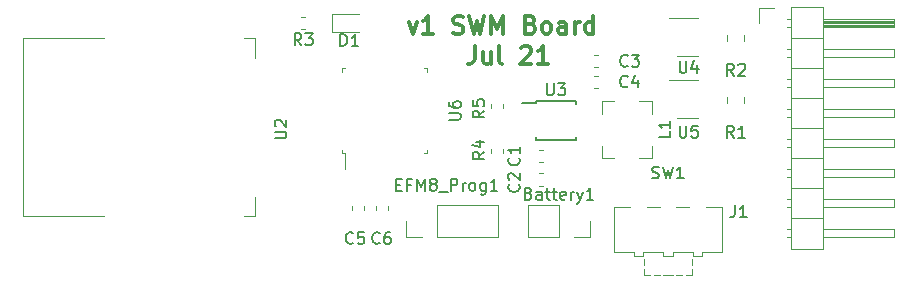
<source format=gbr>
%TF.GenerationSoftware,KiCad,Pcbnew,(5.1.6)-1*%
%TF.CreationDate,2021-07-30T23:56:05+08:00*%
%TF.ProjectId,wireless_measurement_ard,77697265-6c65-4737-935f-6d6561737572,rev?*%
%TF.SameCoordinates,Original*%
%TF.FileFunction,Legend,Top*%
%TF.FilePolarity,Positive*%
%FSLAX46Y46*%
G04 Gerber Fmt 4.6, Leading zero omitted, Abs format (unit mm)*
G04 Created by KiCad (PCBNEW (5.1.6)-1) date 2021-07-30 23:56:05*
%MOMM*%
%LPD*%
G01*
G04 APERTURE LIST*
%ADD10C,0.300000*%
%ADD11C,0.120000*%
%ADD12C,0.150000*%
G04 APERTURE END LIST*
D10*
X144285714Y-76653571D02*
X144642857Y-77653571D01*
X145000000Y-76653571D01*
X146357142Y-77653571D02*
X145500000Y-77653571D01*
X145928571Y-77653571D02*
X145928571Y-76153571D01*
X145785714Y-76367857D01*
X145642857Y-76510714D01*
X145500000Y-76582142D01*
X148071428Y-77582142D02*
X148285714Y-77653571D01*
X148642857Y-77653571D01*
X148785714Y-77582142D01*
X148857142Y-77510714D01*
X148928571Y-77367857D01*
X148928571Y-77225000D01*
X148857142Y-77082142D01*
X148785714Y-77010714D01*
X148642857Y-76939285D01*
X148357142Y-76867857D01*
X148214285Y-76796428D01*
X148142857Y-76725000D01*
X148071428Y-76582142D01*
X148071428Y-76439285D01*
X148142857Y-76296428D01*
X148214285Y-76225000D01*
X148357142Y-76153571D01*
X148714285Y-76153571D01*
X148928571Y-76225000D01*
X149428571Y-76153571D02*
X149785714Y-77653571D01*
X150071428Y-76582142D01*
X150357142Y-77653571D01*
X150714285Y-76153571D01*
X151285714Y-77653571D02*
X151285714Y-76153571D01*
X151785714Y-77225000D01*
X152285714Y-76153571D01*
X152285714Y-77653571D01*
X154642857Y-76867857D02*
X154857142Y-76939285D01*
X154928571Y-77010714D01*
X155000000Y-77153571D01*
X155000000Y-77367857D01*
X154928571Y-77510714D01*
X154857142Y-77582142D01*
X154714285Y-77653571D01*
X154142857Y-77653571D01*
X154142857Y-76153571D01*
X154642857Y-76153571D01*
X154785714Y-76225000D01*
X154857142Y-76296428D01*
X154928571Y-76439285D01*
X154928571Y-76582142D01*
X154857142Y-76725000D01*
X154785714Y-76796428D01*
X154642857Y-76867857D01*
X154142857Y-76867857D01*
X155857142Y-77653571D02*
X155714285Y-77582142D01*
X155642857Y-77510714D01*
X155571428Y-77367857D01*
X155571428Y-76939285D01*
X155642857Y-76796428D01*
X155714285Y-76725000D01*
X155857142Y-76653571D01*
X156071428Y-76653571D01*
X156214285Y-76725000D01*
X156285714Y-76796428D01*
X156357142Y-76939285D01*
X156357142Y-77367857D01*
X156285714Y-77510714D01*
X156214285Y-77582142D01*
X156071428Y-77653571D01*
X155857142Y-77653571D01*
X157642857Y-77653571D02*
X157642857Y-76867857D01*
X157571428Y-76725000D01*
X157428571Y-76653571D01*
X157142857Y-76653571D01*
X157000000Y-76725000D01*
X157642857Y-77582142D02*
X157500000Y-77653571D01*
X157142857Y-77653571D01*
X157000000Y-77582142D01*
X156928571Y-77439285D01*
X156928571Y-77296428D01*
X157000000Y-77153571D01*
X157142857Y-77082142D01*
X157500000Y-77082142D01*
X157642857Y-77010714D01*
X158357142Y-77653571D02*
X158357142Y-76653571D01*
X158357142Y-76939285D02*
X158428571Y-76796428D01*
X158500000Y-76725000D01*
X158642857Y-76653571D01*
X158785714Y-76653571D01*
X159928571Y-77653571D02*
X159928571Y-76153571D01*
X159928571Y-77582142D02*
X159785714Y-77653571D01*
X159500000Y-77653571D01*
X159357142Y-77582142D01*
X159285714Y-77510714D01*
X159214285Y-77367857D01*
X159214285Y-76939285D01*
X159285714Y-76796428D01*
X159357142Y-76725000D01*
X159500000Y-76653571D01*
X159785714Y-76653571D01*
X159928571Y-76725000D01*
X149892857Y-78703571D02*
X149892857Y-79775000D01*
X149821428Y-79989285D01*
X149678571Y-80132142D01*
X149464285Y-80203571D01*
X149321428Y-80203571D01*
X151250000Y-79203571D02*
X151250000Y-80203571D01*
X150607142Y-79203571D02*
X150607142Y-79989285D01*
X150678571Y-80132142D01*
X150821428Y-80203571D01*
X151035714Y-80203571D01*
X151178571Y-80132142D01*
X151250000Y-80060714D01*
X152178571Y-80203571D02*
X152035714Y-80132142D01*
X151964285Y-79989285D01*
X151964285Y-78703571D01*
X153821428Y-78846428D02*
X153892857Y-78775000D01*
X154035714Y-78703571D01*
X154392857Y-78703571D01*
X154535714Y-78775000D01*
X154607142Y-78846428D01*
X154678571Y-78989285D01*
X154678571Y-79132142D01*
X154607142Y-79346428D01*
X153750000Y-80203571D01*
X154678571Y-80203571D01*
X156107142Y-80203571D02*
X155250000Y-80203571D01*
X155678571Y-80203571D02*
X155678571Y-78703571D01*
X155535714Y-78917857D01*
X155392857Y-79060714D01*
X155250000Y-79132142D01*
D11*
%TO.C,SW1*%
X169450000Y-92350000D02*
X170850000Y-92350000D01*
X170850000Y-92350000D02*
X170850000Y-96150000D01*
X161650000Y-96150000D02*
X161650000Y-92350000D01*
X161650000Y-92350000D02*
X163050000Y-92350000D01*
X168050000Y-92350000D02*
X166950000Y-92350000D01*
X166950000Y-92350000D02*
X166950000Y-92350000D01*
X165550000Y-92350000D02*
X164450000Y-92350000D01*
X164450000Y-92350000D02*
X164450000Y-92350000D01*
X170850000Y-96150000D02*
X169150000Y-96150000D01*
X169150000Y-96150000D02*
X169150000Y-96450000D01*
X169150000Y-96450000D02*
X168350000Y-96450000D01*
X168350000Y-96450000D02*
X168350000Y-96150000D01*
X168350000Y-96150000D02*
X166650000Y-96150000D01*
X166650000Y-96150000D02*
X166650000Y-96450000D01*
X166650000Y-96450000D02*
X165850000Y-96450000D01*
X165850000Y-96450000D02*
X165850000Y-96150000D01*
X165850000Y-96150000D02*
X164150000Y-96150000D01*
X164150000Y-96150000D02*
X164150000Y-96450000D01*
X164150000Y-96450000D02*
X163350000Y-96450000D01*
X163350000Y-96450000D02*
X163350000Y-96150000D01*
X163350000Y-96150000D02*
X161650000Y-96150000D01*
X161650000Y-96150000D02*
X161650000Y-96150000D01*
X164250000Y-98050000D02*
X164250000Y-97550000D01*
X164250000Y-97550000D02*
X164250000Y-97550000D01*
X164250000Y-98050000D02*
X164750000Y-98050000D01*
X164750000Y-98050000D02*
X164750000Y-98050000D01*
X168250000Y-98050000D02*
X167750000Y-98050000D01*
X167750000Y-98050000D02*
X167750000Y-98050000D01*
X168250000Y-98050000D02*
X168250000Y-97550000D01*
X168250000Y-97550000D02*
X168250000Y-97550000D01*
X168250000Y-97250000D02*
X168250000Y-96750000D01*
X168250000Y-96750000D02*
X168250000Y-96750000D01*
X164250000Y-97250000D02*
X164250000Y-96750000D01*
X164250000Y-96750000D02*
X164250000Y-96750000D01*
X165050000Y-98050000D02*
X165550000Y-98050000D01*
X165550000Y-98050000D02*
X165550000Y-98050000D01*
X167450000Y-98050000D02*
X166950000Y-98050000D01*
X166950000Y-98050000D02*
X166950000Y-98050000D01*
X166650000Y-98050000D02*
X165850000Y-98050000D01*
X165850000Y-98050000D02*
X165850000Y-98050000D01*
D12*
%TO.C,U3*%
X155075000Y-83325000D02*
X155075000Y-83550000D01*
X158425000Y-83325000D02*
X158425000Y-83625000D01*
X158425000Y-86675000D02*
X158425000Y-86375000D01*
X155075000Y-86675000D02*
X155075000Y-86375000D01*
X155075000Y-83325000D02*
X158425000Y-83325000D01*
X155075000Y-86675000D02*
X158425000Y-86675000D01*
X155075000Y-83550000D02*
X153850000Y-83550000D01*
D11*
%TO.C,EFM8_Prog1*%
X151830000Y-94830000D02*
X151830000Y-92170000D01*
X146690000Y-94830000D02*
X151830000Y-94830000D01*
X146690000Y-92170000D02*
X151830000Y-92170000D01*
X146690000Y-94830000D02*
X146690000Y-92170000D01*
X145420000Y-94830000D02*
X144090000Y-94830000D01*
X144090000Y-94830000D02*
X144090000Y-93500000D01*
%TO.C,U6*%
X145860000Y-80865000D02*
X145860000Y-80565000D01*
X145860000Y-80565000D02*
X145560000Y-80565000D01*
X145860000Y-87485000D02*
X145860000Y-87785000D01*
X145860000Y-87785000D02*
X145560000Y-87785000D01*
X138640000Y-80865000D02*
X138640000Y-80565000D01*
X138640000Y-80565000D02*
X138940000Y-80565000D01*
X138640000Y-87485000D02*
X138640000Y-87785000D01*
X138640000Y-87785000D02*
X138940000Y-87785000D01*
X138940000Y-87785000D02*
X138940000Y-89100000D01*
%TO.C,C6*%
X142510000Y-92203733D02*
X142510000Y-92546267D01*
X141490000Y-92203733D02*
X141490000Y-92546267D01*
%TO.C,C5*%
X140510000Y-92203733D02*
X140510000Y-92546267D01*
X139490000Y-92203733D02*
X139490000Y-92546267D01*
%TO.C,R5*%
X152260000Y-83578733D02*
X152260000Y-83921267D01*
X151240000Y-83578733D02*
X151240000Y-83921267D01*
%TO.C,R4*%
X152260000Y-87453733D02*
X152260000Y-87796267D01*
X151240000Y-87453733D02*
X151240000Y-87796267D01*
%TO.C,L1*%
X164860000Y-83390000D02*
X163835000Y-83390000D01*
X164860000Y-83390000D02*
X164860000Y-84415000D01*
X164860000Y-88160000D02*
X164860000Y-87135000D01*
X164860000Y-88160000D02*
X163835000Y-88160000D01*
X160640000Y-88160000D02*
X161665000Y-88160000D01*
X160640000Y-83390000D02*
X161665000Y-83390000D01*
X160640000Y-88160000D02*
X160640000Y-87135000D01*
X160640000Y-83390000D02*
X160640000Y-84415000D01*
%TO.C,J1*%
X176690000Y-75420000D02*
X176690000Y-95860000D01*
X176690000Y-95860000D02*
X179350000Y-95860000D01*
X179350000Y-95860000D02*
X179350000Y-75420000D01*
X179350000Y-75420000D02*
X176690000Y-75420000D01*
X179350000Y-76370000D02*
X185350000Y-76370000D01*
X185350000Y-76370000D02*
X185350000Y-77130000D01*
X185350000Y-77130000D02*
X179350000Y-77130000D01*
X179350000Y-76430000D02*
X185350000Y-76430000D01*
X179350000Y-76550000D02*
X185350000Y-76550000D01*
X179350000Y-76670000D02*
X185350000Y-76670000D01*
X179350000Y-76790000D02*
X185350000Y-76790000D01*
X179350000Y-76910000D02*
X185350000Y-76910000D01*
X179350000Y-77030000D02*
X185350000Y-77030000D01*
X176360000Y-76370000D02*
X176690000Y-76370000D01*
X176360000Y-77130000D02*
X176690000Y-77130000D01*
X176690000Y-78020000D02*
X179350000Y-78020000D01*
X179350000Y-78910000D02*
X185350000Y-78910000D01*
X185350000Y-78910000D02*
X185350000Y-79670000D01*
X185350000Y-79670000D02*
X179350000Y-79670000D01*
X176292929Y-78910000D02*
X176690000Y-78910000D01*
X176292929Y-79670000D02*
X176690000Y-79670000D01*
X176690000Y-80560000D02*
X179350000Y-80560000D01*
X179350000Y-81450000D02*
X185350000Y-81450000D01*
X185350000Y-81450000D02*
X185350000Y-82210000D01*
X185350000Y-82210000D02*
X179350000Y-82210000D01*
X176292929Y-81450000D02*
X176690000Y-81450000D01*
X176292929Y-82210000D02*
X176690000Y-82210000D01*
X176690000Y-83100000D02*
X179350000Y-83100000D01*
X179350000Y-83990000D02*
X185350000Y-83990000D01*
X185350000Y-83990000D02*
X185350000Y-84750000D01*
X185350000Y-84750000D02*
X179350000Y-84750000D01*
X176292929Y-83990000D02*
X176690000Y-83990000D01*
X176292929Y-84750000D02*
X176690000Y-84750000D01*
X176690000Y-85640000D02*
X179350000Y-85640000D01*
X179350000Y-86530000D02*
X185350000Y-86530000D01*
X185350000Y-86530000D02*
X185350000Y-87290000D01*
X185350000Y-87290000D02*
X179350000Y-87290000D01*
X176292929Y-86530000D02*
X176690000Y-86530000D01*
X176292929Y-87290000D02*
X176690000Y-87290000D01*
X176690000Y-88180000D02*
X179350000Y-88180000D01*
X179350000Y-89070000D02*
X185350000Y-89070000D01*
X185350000Y-89070000D02*
X185350000Y-89830000D01*
X185350000Y-89830000D02*
X179350000Y-89830000D01*
X176292929Y-89070000D02*
X176690000Y-89070000D01*
X176292929Y-89830000D02*
X176690000Y-89830000D01*
X176690000Y-90720000D02*
X179350000Y-90720000D01*
X179350000Y-91610000D02*
X185350000Y-91610000D01*
X185350000Y-91610000D02*
X185350000Y-92370000D01*
X185350000Y-92370000D02*
X179350000Y-92370000D01*
X176292929Y-91610000D02*
X176690000Y-91610000D01*
X176292929Y-92370000D02*
X176690000Y-92370000D01*
X176690000Y-93260000D02*
X179350000Y-93260000D01*
X179350000Y-94150000D02*
X185350000Y-94150000D01*
X185350000Y-94150000D02*
X185350000Y-94910000D01*
X185350000Y-94910000D02*
X179350000Y-94910000D01*
X176292929Y-94150000D02*
X176690000Y-94150000D01*
X176292929Y-94910000D02*
X176690000Y-94910000D01*
X173980000Y-76750000D02*
X173980000Y-75480000D01*
X173980000Y-75480000D02*
X175250000Y-75480000D01*
%TO.C,C3*%
X160296267Y-80510000D02*
X159953733Y-80510000D01*
X160296267Y-79490000D02*
X159953733Y-79490000D01*
%TO.C,C2*%
X155328733Y-89490000D02*
X155671267Y-89490000D01*
X155328733Y-90510000D02*
X155671267Y-90510000D01*
%TO.C,Battery1*%
X157020000Y-92170000D02*
X157020000Y-94830000D01*
X157020000Y-92170000D02*
X154420000Y-92170000D01*
X154420000Y-92170000D02*
X154420000Y-94830000D01*
X157020000Y-94830000D02*
X154420000Y-94830000D01*
X159620000Y-94830000D02*
X158290000Y-94830000D01*
X159620000Y-93500000D02*
X159620000Y-94830000D01*
%TO.C,C4*%
X160296267Y-82260000D02*
X159953733Y-82260000D01*
X160296267Y-81240000D02*
X159953733Y-81240000D01*
%TO.C,C1*%
X155328733Y-87490000D02*
X155671267Y-87490000D01*
X155328733Y-88510000D02*
X155671267Y-88510000D01*
%TO.C,U5*%
X167000000Y-84810000D02*
X168800000Y-84810000D01*
X168800000Y-81590000D02*
X166350000Y-81590000D01*
%TO.C,U4*%
X167000000Y-79560000D02*
X168800000Y-79560000D01*
X168800000Y-76340000D02*
X166350000Y-76340000D01*
%TO.C,U2*%
X131322800Y-78042600D02*
X130362800Y-78042600D01*
X131322800Y-79672600D02*
X131322800Y-78042600D01*
X131322800Y-93102600D02*
X131322800Y-91472600D01*
X130362800Y-93102600D02*
X131322800Y-93102600D01*
X111602800Y-78042600D02*
X118462800Y-78042600D01*
X111602800Y-93102600D02*
X111602800Y-78042600D01*
X118462800Y-93102600D02*
X111602800Y-93102600D01*
%TO.C,R2*%
X172710000Y-77763748D02*
X172710000Y-78286252D01*
X171290000Y-77763748D02*
X171290000Y-78286252D01*
%TO.C,R1*%
X172710000Y-82988748D02*
X172710000Y-83511252D01*
X171290000Y-82988748D02*
X171290000Y-83511252D01*
%TO.C,D1*%
X140087500Y-76015000D02*
X137802500Y-76015000D01*
X137802500Y-76015000D02*
X137802500Y-77485000D01*
X137802500Y-77485000D02*
X140087500Y-77485000D01*
%TO.C,R3*%
X135546267Y-77260000D02*
X135203733Y-77260000D01*
X135546267Y-76240000D02*
X135203733Y-76240000D01*
%TO.C,SW1*%
D12*
X164916666Y-89854761D02*
X165059523Y-89902380D01*
X165297619Y-89902380D01*
X165392857Y-89854761D01*
X165440476Y-89807142D01*
X165488095Y-89711904D01*
X165488095Y-89616666D01*
X165440476Y-89521428D01*
X165392857Y-89473809D01*
X165297619Y-89426190D01*
X165107142Y-89378571D01*
X165011904Y-89330952D01*
X164964285Y-89283333D01*
X164916666Y-89188095D01*
X164916666Y-89092857D01*
X164964285Y-88997619D01*
X165011904Y-88950000D01*
X165107142Y-88902380D01*
X165345238Y-88902380D01*
X165488095Y-88950000D01*
X165821428Y-88902380D02*
X166059523Y-89902380D01*
X166250000Y-89188095D01*
X166440476Y-89902380D01*
X166678571Y-88902380D01*
X167583333Y-89902380D02*
X167011904Y-89902380D01*
X167297619Y-89902380D02*
X167297619Y-88902380D01*
X167202380Y-89045238D01*
X167107142Y-89140476D01*
X167011904Y-89188095D01*
%TO.C,U3*%
X155988095Y-81852380D02*
X155988095Y-82661904D01*
X156035714Y-82757142D01*
X156083333Y-82804761D01*
X156178571Y-82852380D01*
X156369047Y-82852380D01*
X156464285Y-82804761D01*
X156511904Y-82757142D01*
X156559523Y-82661904D01*
X156559523Y-81852380D01*
X156940476Y-81852380D02*
X157559523Y-81852380D01*
X157226190Y-82233333D01*
X157369047Y-82233333D01*
X157464285Y-82280952D01*
X157511904Y-82328571D01*
X157559523Y-82423809D01*
X157559523Y-82661904D01*
X157511904Y-82757142D01*
X157464285Y-82804761D01*
X157369047Y-82852380D01*
X157083333Y-82852380D01*
X156988095Y-82804761D01*
X156940476Y-82757142D01*
%TO.C,EFM8_Prog1*%
X143238095Y-90428571D02*
X143571428Y-90428571D01*
X143714285Y-90952380D02*
X143238095Y-90952380D01*
X143238095Y-89952380D01*
X143714285Y-89952380D01*
X144476190Y-90428571D02*
X144142857Y-90428571D01*
X144142857Y-90952380D02*
X144142857Y-89952380D01*
X144619047Y-89952380D01*
X145000000Y-90952380D02*
X145000000Y-89952380D01*
X145333333Y-90666666D01*
X145666666Y-89952380D01*
X145666666Y-90952380D01*
X146285714Y-90380952D02*
X146190476Y-90333333D01*
X146142857Y-90285714D01*
X146095238Y-90190476D01*
X146095238Y-90142857D01*
X146142857Y-90047619D01*
X146190476Y-90000000D01*
X146285714Y-89952380D01*
X146476190Y-89952380D01*
X146571428Y-90000000D01*
X146619047Y-90047619D01*
X146666666Y-90142857D01*
X146666666Y-90190476D01*
X146619047Y-90285714D01*
X146571428Y-90333333D01*
X146476190Y-90380952D01*
X146285714Y-90380952D01*
X146190476Y-90428571D01*
X146142857Y-90476190D01*
X146095238Y-90571428D01*
X146095238Y-90761904D01*
X146142857Y-90857142D01*
X146190476Y-90904761D01*
X146285714Y-90952380D01*
X146476190Y-90952380D01*
X146571428Y-90904761D01*
X146619047Y-90857142D01*
X146666666Y-90761904D01*
X146666666Y-90571428D01*
X146619047Y-90476190D01*
X146571428Y-90428571D01*
X146476190Y-90380952D01*
X146857142Y-91047619D02*
X147619047Y-91047619D01*
X147857142Y-90952380D02*
X147857142Y-89952380D01*
X148238095Y-89952380D01*
X148333333Y-90000000D01*
X148380952Y-90047619D01*
X148428571Y-90142857D01*
X148428571Y-90285714D01*
X148380952Y-90380952D01*
X148333333Y-90428571D01*
X148238095Y-90476190D01*
X147857142Y-90476190D01*
X148857142Y-90952380D02*
X148857142Y-90285714D01*
X148857142Y-90476190D02*
X148904761Y-90380952D01*
X148952380Y-90333333D01*
X149047619Y-90285714D01*
X149142857Y-90285714D01*
X149619047Y-90952380D02*
X149523809Y-90904761D01*
X149476190Y-90857142D01*
X149428571Y-90761904D01*
X149428571Y-90476190D01*
X149476190Y-90380952D01*
X149523809Y-90333333D01*
X149619047Y-90285714D01*
X149761904Y-90285714D01*
X149857142Y-90333333D01*
X149904761Y-90380952D01*
X149952380Y-90476190D01*
X149952380Y-90761904D01*
X149904761Y-90857142D01*
X149857142Y-90904761D01*
X149761904Y-90952380D01*
X149619047Y-90952380D01*
X150809523Y-90285714D02*
X150809523Y-91095238D01*
X150761904Y-91190476D01*
X150714285Y-91238095D01*
X150619047Y-91285714D01*
X150476190Y-91285714D01*
X150380952Y-91238095D01*
X150809523Y-90904761D02*
X150714285Y-90952380D01*
X150523809Y-90952380D01*
X150428571Y-90904761D01*
X150380952Y-90857142D01*
X150333333Y-90761904D01*
X150333333Y-90476190D01*
X150380952Y-90380952D01*
X150428571Y-90333333D01*
X150523809Y-90285714D01*
X150714285Y-90285714D01*
X150809523Y-90333333D01*
X151809523Y-90952380D02*
X151238095Y-90952380D01*
X151523809Y-90952380D02*
X151523809Y-89952380D01*
X151428571Y-90095238D01*
X151333333Y-90190476D01*
X151238095Y-90238095D01*
%TO.C,U6*%
X147702380Y-84936904D02*
X148511904Y-84936904D01*
X148607142Y-84889285D01*
X148654761Y-84841666D01*
X148702380Y-84746428D01*
X148702380Y-84555952D01*
X148654761Y-84460714D01*
X148607142Y-84413095D01*
X148511904Y-84365476D01*
X147702380Y-84365476D01*
X147702380Y-83460714D02*
X147702380Y-83651190D01*
X147750000Y-83746428D01*
X147797619Y-83794047D01*
X147940476Y-83889285D01*
X148130952Y-83936904D01*
X148511904Y-83936904D01*
X148607142Y-83889285D01*
X148654761Y-83841666D01*
X148702380Y-83746428D01*
X148702380Y-83555952D01*
X148654761Y-83460714D01*
X148607142Y-83413095D01*
X148511904Y-83365476D01*
X148273809Y-83365476D01*
X148178571Y-83413095D01*
X148130952Y-83460714D01*
X148083333Y-83555952D01*
X148083333Y-83746428D01*
X148130952Y-83841666D01*
X148178571Y-83889285D01*
X148273809Y-83936904D01*
%TO.C,C6*%
X141833333Y-95357142D02*
X141785714Y-95404761D01*
X141642857Y-95452380D01*
X141547619Y-95452380D01*
X141404761Y-95404761D01*
X141309523Y-95309523D01*
X141261904Y-95214285D01*
X141214285Y-95023809D01*
X141214285Y-94880952D01*
X141261904Y-94690476D01*
X141309523Y-94595238D01*
X141404761Y-94500000D01*
X141547619Y-94452380D01*
X141642857Y-94452380D01*
X141785714Y-94500000D01*
X141833333Y-94547619D01*
X142690476Y-94452380D02*
X142500000Y-94452380D01*
X142404761Y-94500000D01*
X142357142Y-94547619D01*
X142261904Y-94690476D01*
X142214285Y-94880952D01*
X142214285Y-95261904D01*
X142261904Y-95357142D01*
X142309523Y-95404761D01*
X142404761Y-95452380D01*
X142595238Y-95452380D01*
X142690476Y-95404761D01*
X142738095Y-95357142D01*
X142785714Y-95261904D01*
X142785714Y-95023809D01*
X142738095Y-94928571D01*
X142690476Y-94880952D01*
X142595238Y-94833333D01*
X142404761Y-94833333D01*
X142309523Y-94880952D01*
X142261904Y-94928571D01*
X142214285Y-95023809D01*
%TO.C,C5*%
X139583333Y-95357142D02*
X139535714Y-95404761D01*
X139392857Y-95452380D01*
X139297619Y-95452380D01*
X139154761Y-95404761D01*
X139059523Y-95309523D01*
X139011904Y-95214285D01*
X138964285Y-95023809D01*
X138964285Y-94880952D01*
X139011904Y-94690476D01*
X139059523Y-94595238D01*
X139154761Y-94500000D01*
X139297619Y-94452380D01*
X139392857Y-94452380D01*
X139535714Y-94500000D01*
X139583333Y-94547619D01*
X140488095Y-94452380D02*
X140011904Y-94452380D01*
X139964285Y-94928571D01*
X140011904Y-94880952D01*
X140107142Y-94833333D01*
X140345238Y-94833333D01*
X140440476Y-94880952D01*
X140488095Y-94928571D01*
X140535714Y-95023809D01*
X140535714Y-95261904D01*
X140488095Y-95357142D01*
X140440476Y-95404761D01*
X140345238Y-95452380D01*
X140107142Y-95452380D01*
X140011904Y-95404761D01*
X139964285Y-95357142D01*
%TO.C,R5*%
X150702380Y-84166666D02*
X150226190Y-84500000D01*
X150702380Y-84738095D02*
X149702380Y-84738095D01*
X149702380Y-84357142D01*
X149750000Y-84261904D01*
X149797619Y-84214285D01*
X149892857Y-84166666D01*
X150035714Y-84166666D01*
X150130952Y-84214285D01*
X150178571Y-84261904D01*
X150226190Y-84357142D01*
X150226190Y-84738095D01*
X149702380Y-83261904D02*
X149702380Y-83738095D01*
X150178571Y-83785714D01*
X150130952Y-83738095D01*
X150083333Y-83642857D01*
X150083333Y-83404761D01*
X150130952Y-83309523D01*
X150178571Y-83261904D01*
X150273809Y-83214285D01*
X150511904Y-83214285D01*
X150607142Y-83261904D01*
X150654761Y-83309523D01*
X150702380Y-83404761D01*
X150702380Y-83642857D01*
X150654761Y-83738095D01*
X150607142Y-83785714D01*
%TO.C,R4*%
X150702380Y-87666666D02*
X150226190Y-88000000D01*
X150702380Y-88238095D02*
X149702380Y-88238095D01*
X149702380Y-87857142D01*
X149750000Y-87761904D01*
X149797619Y-87714285D01*
X149892857Y-87666666D01*
X150035714Y-87666666D01*
X150130952Y-87714285D01*
X150178571Y-87761904D01*
X150226190Y-87857142D01*
X150226190Y-88238095D01*
X150035714Y-86809523D02*
X150702380Y-86809523D01*
X149654761Y-87047619D02*
X150369047Y-87285714D01*
X150369047Y-86666666D01*
%TO.C,L1*%
X166452380Y-85916666D02*
X166452380Y-86392857D01*
X165452380Y-86392857D01*
X166452380Y-85059523D02*
X166452380Y-85630952D01*
X166452380Y-85345238D02*
X165452380Y-85345238D01*
X165595238Y-85440476D01*
X165690476Y-85535714D01*
X165738095Y-85630952D01*
%TO.C,J1*%
X171916666Y-92202380D02*
X171916666Y-92916666D01*
X171869047Y-93059523D01*
X171773809Y-93154761D01*
X171630952Y-93202380D01*
X171535714Y-93202380D01*
X172916666Y-93202380D02*
X172345238Y-93202380D01*
X172630952Y-93202380D02*
X172630952Y-92202380D01*
X172535714Y-92345238D01*
X172440476Y-92440476D01*
X172345238Y-92488095D01*
%TO.C,C3*%
X162833333Y-80357142D02*
X162785714Y-80404761D01*
X162642857Y-80452380D01*
X162547619Y-80452380D01*
X162404761Y-80404761D01*
X162309523Y-80309523D01*
X162261904Y-80214285D01*
X162214285Y-80023809D01*
X162214285Y-79880952D01*
X162261904Y-79690476D01*
X162309523Y-79595238D01*
X162404761Y-79500000D01*
X162547619Y-79452380D01*
X162642857Y-79452380D01*
X162785714Y-79500000D01*
X162833333Y-79547619D01*
X163166666Y-79452380D02*
X163785714Y-79452380D01*
X163452380Y-79833333D01*
X163595238Y-79833333D01*
X163690476Y-79880952D01*
X163738095Y-79928571D01*
X163785714Y-80023809D01*
X163785714Y-80261904D01*
X163738095Y-80357142D01*
X163690476Y-80404761D01*
X163595238Y-80452380D01*
X163309523Y-80452380D01*
X163214285Y-80404761D01*
X163166666Y-80357142D01*
%TO.C,C2*%
X153607142Y-90416666D02*
X153654761Y-90464285D01*
X153702380Y-90607142D01*
X153702380Y-90702380D01*
X153654761Y-90845238D01*
X153559523Y-90940476D01*
X153464285Y-90988095D01*
X153273809Y-91035714D01*
X153130952Y-91035714D01*
X152940476Y-90988095D01*
X152845238Y-90940476D01*
X152750000Y-90845238D01*
X152702380Y-90702380D01*
X152702380Y-90607142D01*
X152750000Y-90464285D01*
X152797619Y-90416666D01*
X152797619Y-90035714D02*
X152750000Y-89988095D01*
X152702380Y-89892857D01*
X152702380Y-89654761D01*
X152750000Y-89559523D01*
X152797619Y-89511904D01*
X152892857Y-89464285D01*
X152988095Y-89464285D01*
X153130952Y-89511904D01*
X153702380Y-90083333D01*
X153702380Y-89464285D01*
%TO.C,Battery1*%
X154452380Y-91178571D02*
X154595238Y-91226190D01*
X154642857Y-91273809D01*
X154690476Y-91369047D01*
X154690476Y-91511904D01*
X154642857Y-91607142D01*
X154595238Y-91654761D01*
X154500000Y-91702380D01*
X154119047Y-91702380D01*
X154119047Y-90702380D01*
X154452380Y-90702380D01*
X154547619Y-90750000D01*
X154595238Y-90797619D01*
X154642857Y-90892857D01*
X154642857Y-90988095D01*
X154595238Y-91083333D01*
X154547619Y-91130952D01*
X154452380Y-91178571D01*
X154119047Y-91178571D01*
X155547619Y-91702380D02*
X155547619Y-91178571D01*
X155500000Y-91083333D01*
X155404761Y-91035714D01*
X155214285Y-91035714D01*
X155119047Y-91083333D01*
X155547619Y-91654761D02*
X155452380Y-91702380D01*
X155214285Y-91702380D01*
X155119047Y-91654761D01*
X155071428Y-91559523D01*
X155071428Y-91464285D01*
X155119047Y-91369047D01*
X155214285Y-91321428D01*
X155452380Y-91321428D01*
X155547619Y-91273809D01*
X155880952Y-91035714D02*
X156261904Y-91035714D01*
X156023809Y-90702380D02*
X156023809Y-91559523D01*
X156071428Y-91654761D01*
X156166666Y-91702380D01*
X156261904Y-91702380D01*
X156452380Y-91035714D02*
X156833333Y-91035714D01*
X156595238Y-90702380D02*
X156595238Y-91559523D01*
X156642857Y-91654761D01*
X156738095Y-91702380D01*
X156833333Y-91702380D01*
X157547619Y-91654761D02*
X157452380Y-91702380D01*
X157261904Y-91702380D01*
X157166666Y-91654761D01*
X157119047Y-91559523D01*
X157119047Y-91178571D01*
X157166666Y-91083333D01*
X157261904Y-91035714D01*
X157452380Y-91035714D01*
X157547619Y-91083333D01*
X157595238Y-91178571D01*
X157595238Y-91273809D01*
X157119047Y-91369047D01*
X158023809Y-91702380D02*
X158023809Y-91035714D01*
X158023809Y-91226190D02*
X158071428Y-91130952D01*
X158119047Y-91083333D01*
X158214285Y-91035714D01*
X158309523Y-91035714D01*
X158547619Y-91035714D02*
X158785714Y-91702380D01*
X159023809Y-91035714D02*
X158785714Y-91702380D01*
X158690476Y-91940476D01*
X158642857Y-91988095D01*
X158547619Y-92035714D01*
X159928571Y-91702380D02*
X159357142Y-91702380D01*
X159642857Y-91702380D02*
X159642857Y-90702380D01*
X159547619Y-90845238D01*
X159452380Y-90940476D01*
X159357142Y-90988095D01*
%TO.C,C4*%
X162833333Y-82107142D02*
X162785714Y-82154761D01*
X162642857Y-82202380D01*
X162547619Y-82202380D01*
X162404761Y-82154761D01*
X162309523Y-82059523D01*
X162261904Y-81964285D01*
X162214285Y-81773809D01*
X162214285Y-81630952D01*
X162261904Y-81440476D01*
X162309523Y-81345238D01*
X162404761Y-81250000D01*
X162547619Y-81202380D01*
X162642857Y-81202380D01*
X162785714Y-81250000D01*
X162833333Y-81297619D01*
X163690476Y-81535714D02*
X163690476Y-82202380D01*
X163452380Y-81154761D02*
X163214285Y-81869047D01*
X163833333Y-81869047D01*
%TO.C,C1*%
X153607142Y-88166666D02*
X153654761Y-88214285D01*
X153702380Y-88357142D01*
X153702380Y-88452380D01*
X153654761Y-88595238D01*
X153559523Y-88690476D01*
X153464285Y-88738095D01*
X153273809Y-88785714D01*
X153130952Y-88785714D01*
X152940476Y-88738095D01*
X152845238Y-88690476D01*
X152750000Y-88595238D01*
X152702380Y-88452380D01*
X152702380Y-88357142D01*
X152750000Y-88214285D01*
X152797619Y-88166666D01*
X153702380Y-87214285D02*
X153702380Y-87785714D01*
X153702380Y-87500000D02*
X152702380Y-87500000D01*
X152845238Y-87595238D01*
X152940476Y-87690476D01*
X152988095Y-87785714D01*
%TO.C,U5*%
X167238095Y-85452380D02*
X167238095Y-86261904D01*
X167285714Y-86357142D01*
X167333333Y-86404761D01*
X167428571Y-86452380D01*
X167619047Y-86452380D01*
X167714285Y-86404761D01*
X167761904Y-86357142D01*
X167809523Y-86261904D01*
X167809523Y-85452380D01*
X168761904Y-85452380D02*
X168285714Y-85452380D01*
X168238095Y-85928571D01*
X168285714Y-85880952D01*
X168380952Y-85833333D01*
X168619047Y-85833333D01*
X168714285Y-85880952D01*
X168761904Y-85928571D01*
X168809523Y-86023809D01*
X168809523Y-86261904D01*
X168761904Y-86357142D01*
X168714285Y-86404761D01*
X168619047Y-86452380D01*
X168380952Y-86452380D01*
X168285714Y-86404761D01*
X168238095Y-86357142D01*
%TO.C,U4*%
X167238095Y-79952380D02*
X167238095Y-80761904D01*
X167285714Y-80857142D01*
X167333333Y-80904761D01*
X167428571Y-80952380D01*
X167619047Y-80952380D01*
X167714285Y-80904761D01*
X167761904Y-80857142D01*
X167809523Y-80761904D01*
X167809523Y-79952380D01*
X168714285Y-80285714D02*
X168714285Y-80952380D01*
X168476190Y-79904761D02*
X168238095Y-80619047D01*
X168857142Y-80619047D01*
%TO.C,U2*%
X132952380Y-86511904D02*
X133761904Y-86511904D01*
X133857142Y-86464285D01*
X133904761Y-86416666D01*
X133952380Y-86321428D01*
X133952380Y-86130952D01*
X133904761Y-86035714D01*
X133857142Y-85988095D01*
X133761904Y-85940476D01*
X132952380Y-85940476D01*
X133047619Y-85511904D02*
X133000000Y-85464285D01*
X132952380Y-85369047D01*
X132952380Y-85130952D01*
X133000000Y-85035714D01*
X133047619Y-84988095D01*
X133142857Y-84940476D01*
X133238095Y-84940476D01*
X133380952Y-84988095D01*
X133952380Y-85559523D01*
X133952380Y-84940476D01*
%TO.C,R2*%
X171833333Y-81202380D02*
X171500000Y-80726190D01*
X171261904Y-81202380D02*
X171261904Y-80202380D01*
X171642857Y-80202380D01*
X171738095Y-80250000D01*
X171785714Y-80297619D01*
X171833333Y-80392857D01*
X171833333Y-80535714D01*
X171785714Y-80630952D01*
X171738095Y-80678571D01*
X171642857Y-80726190D01*
X171261904Y-80726190D01*
X172214285Y-80297619D02*
X172261904Y-80250000D01*
X172357142Y-80202380D01*
X172595238Y-80202380D01*
X172690476Y-80250000D01*
X172738095Y-80297619D01*
X172785714Y-80392857D01*
X172785714Y-80488095D01*
X172738095Y-80630952D01*
X172166666Y-81202380D01*
X172785714Y-81202380D01*
%TO.C,R1*%
X171833333Y-86452380D02*
X171500000Y-85976190D01*
X171261904Y-86452380D02*
X171261904Y-85452380D01*
X171642857Y-85452380D01*
X171738095Y-85500000D01*
X171785714Y-85547619D01*
X171833333Y-85642857D01*
X171833333Y-85785714D01*
X171785714Y-85880952D01*
X171738095Y-85928571D01*
X171642857Y-85976190D01*
X171261904Y-85976190D01*
X172785714Y-86452380D02*
X172214285Y-86452380D01*
X172500000Y-86452380D02*
X172500000Y-85452380D01*
X172404761Y-85595238D01*
X172309523Y-85690476D01*
X172214285Y-85738095D01*
%TO.C,D1*%
X138511904Y-78702380D02*
X138511904Y-77702380D01*
X138750000Y-77702380D01*
X138892857Y-77750000D01*
X138988095Y-77845238D01*
X139035714Y-77940476D01*
X139083333Y-78130952D01*
X139083333Y-78273809D01*
X139035714Y-78464285D01*
X138988095Y-78559523D01*
X138892857Y-78654761D01*
X138750000Y-78702380D01*
X138511904Y-78702380D01*
X140035714Y-78702380D02*
X139464285Y-78702380D01*
X139750000Y-78702380D02*
X139750000Y-77702380D01*
X139654761Y-77845238D01*
X139559523Y-77940476D01*
X139464285Y-77988095D01*
%TO.C,R3*%
X135208333Y-78632380D02*
X134875000Y-78156190D01*
X134636904Y-78632380D02*
X134636904Y-77632380D01*
X135017857Y-77632380D01*
X135113095Y-77680000D01*
X135160714Y-77727619D01*
X135208333Y-77822857D01*
X135208333Y-77965714D01*
X135160714Y-78060952D01*
X135113095Y-78108571D01*
X135017857Y-78156190D01*
X134636904Y-78156190D01*
X135541666Y-77632380D02*
X136160714Y-77632380D01*
X135827380Y-78013333D01*
X135970238Y-78013333D01*
X136065476Y-78060952D01*
X136113095Y-78108571D01*
X136160714Y-78203809D01*
X136160714Y-78441904D01*
X136113095Y-78537142D01*
X136065476Y-78584761D01*
X135970238Y-78632380D01*
X135684523Y-78632380D01*
X135589285Y-78584761D01*
X135541666Y-78537142D01*
%TD*%
M02*

</source>
